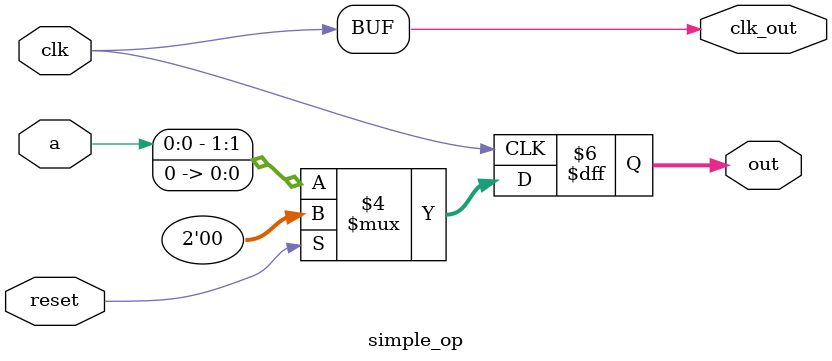
<source format=v>
module simple_op(
    clk,
    reset,
    a,
    out,
    clk_out
    );

    input   clk;
    input   reset;
    input   [1:0] a;

    output  [1:0]out;
    output  clk_out;

    assign clk_out = clk;

    always @(posedge clk)
    begin
        case(reset)
            0:          out <= a << 1;
            default:    out <= 0;
        endcase
    end
endmodule
</source>
